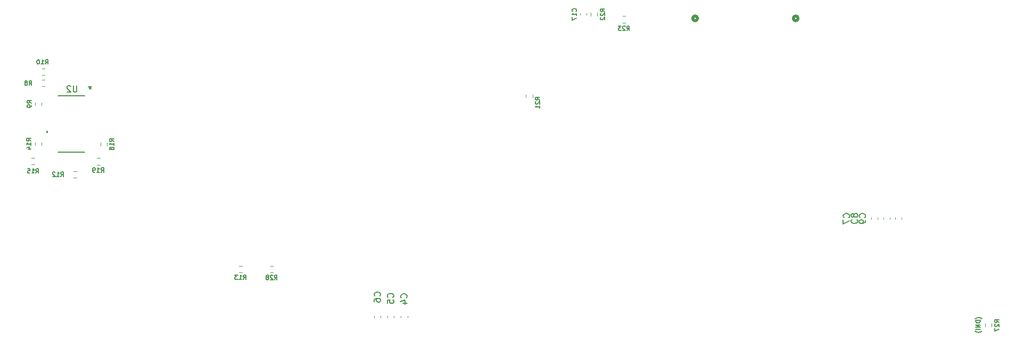
<source format=gbr>
%TF.GenerationSoftware,KiCad,Pcbnew,8.0.6*%
%TF.CreationDate,2024-12-30T11:40:10-05:00*%
%TF.ProjectId,SiPM_HV_Board,5369504d-5f48-4565-9f42-6f6172642e6b,rev?*%
%TF.SameCoordinates,Original*%
%TF.FileFunction,Legend,Bot*%
%TF.FilePolarity,Positive*%
%FSLAX46Y46*%
G04 Gerber Fmt 4.6, Leading zero omitted, Abs format (unit mm)*
G04 Created by KiCad (PCBNEW 8.0.6) date 2024-12-30 11:40:10*
%MOMM*%
%LPD*%
G01*
G04 APERTURE LIST*
%ADD10C,0.175000*%
%ADD11C,0.150000*%
%ADD12C,0.120000*%
%ADD13C,0.508000*%
%ADD14C,0.152400*%
%ADD15C,0.000000*%
G04 APERTURE END LIST*
D10*
X231591900Y-115381797D02*
X231558566Y-115348464D01*
X231558566Y-115348464D02*
X231458566Y-115281797D01*
X231458566Y-115281797D02*
X231391900Y-115248464D01*
X231391900Y-115248464D02*
X231291900Y-115215131D01*
X231291900Y-115215131D02*
X231125233Y-115181797D01*
X231125233Y-115181797D02*
X230991900Y-115181797D01*
X230991900Y-115181797D02*
X230825233Y-115215131D01*
X230825233Y-115215131D02*
X230725233Y-115248464D01*
X230725233Y-115248464D02*
X230658566Y-115281797D01*
X230658566Y-115281797D02*
X230558566Y-115348464D01*
X230558566Y-115348464D02*
X230525233Y-115381797D01*
X231325233Y-115648464D02*
X230625233Y-115648464D01*
X230625233Y-115648464D02*
X230625233Y-115815131D01*
X230625233Y-115815131D02*
X230658566Y-115915131D01*
X230658566Y-115915131D02*
X230725233Y-115981798D01*
X230725233Y-115981798D02*
X230791900Y-116015131D01*
X230791900Y-116015131D02*
X230925233Y-116048464D01*
X230925233Y-116048464D02*
X231025233Y-116048464D01*
X231025233Y-116048464D02*
X231158566Y-116015131D01*
X231158566Y-116015131D02*
X231225233Y-115981798D01*
X231225233Y-115981798D02*
X231291900Y-115915131D01*
X231291900Y-115915131D02*
X231325233Y-115815131D01*
X231325233Y-115815131D02*
X231325233Y-115648464D01*
X231325233Y-116348464D02*
X230625233Y-116348464D01*
X230625233Y-116348464D02*
X231325233Y-116748464D01*
X231325233Y-116748464D02*
X230625233Y-116748464D01*
X231325233Y-117081797D02*
X230625233Y-117081797D01*
X231591900Y-117348464D02*
X231558566Y-117381797D01*
X231558566Y-117381797D02*
X231458566Y-117448464D01*
X231458566Y-117448464D02*
X231391900Y-117481797D01*
X231391900Y-117481797D02*
X231291900Y-117515130D01*
X231291900Y-117515130D02*
X231125233Y-117548464D01*
X231125233Y-117548464D02*
X230991900Y-117548464D01*
X230991900Y-117548464D02*
X230825233Y-117515130D01*
X230825233Y-117515130D02*
X230725233Y-117481797D01*
X230725233Y-117481797D02*
X230658566Y-117448464D01*
X230658566Y-117448464D02*
X230558566Y-117381797D01*
X230558566Y-117381797D02*
X230525233Y-117348464D01*
D11*
X119060001Y-109166033D02*
X119293334Y-108832700D01*
X119460001Y-109166033D02*
X119460001Y-108466033D01*
X119460001Y-108466033D02*
X119193334Y-108466033D01*
X119193334Y-108466033D02*
X119126668Y-108499366D01*
X119126668Y-108499366D02*
X119093334Y-108532700D01*
X119093334Y-108532700D02*
X119060001Y-108599366D01*
X119060001Y-108599366D02*
X119060001Y-108699366D01*
X119060001Y-108699366D02*
X119093334Y-108766033D01*
X119093334Y-108766033D02*
X119126668Y-108799366D01*
X119126668Y-108799366D02*
X119193334Y-108832700D01*
X119193334Y-108832700D02*
X119460001Y-108832700D01*
X118793334Y-108532700D02*
X118760001Y-108499366D01*
X118760001Y-108499366D02*
X118693334Y-108466033D01*
X118693334Y-108466033D02*
X118526668Y-108466033D01*
X118526668Y-108466033D02*
X118460001Y-108499366D01*
X118460001Y-108499366D02*
X118426668Y-108532700D01*
X118426668Y-108532700D02*
X118393334Y-108599366D01*
X118393334Y-108599366D02*
X118393334Y-108666033D01*
X118393334Y-108666033D02*
X118426668Y-108766033D01*
X118426668Y-108766033D02*
X118826668Y-109166033D01*
X118826668Y-109166033D02*
X118393334Y-109166033D01*
X117993334Y-108766033D02*
X118060001Y-108732700D01*
X118060001Y-108732700D02*
X118093334Y-108699366D01*
X118093334Y-108699366D02*
X118126667Y-108632700D01*
X118126667Y-108632700D02*
X118126667Y-108599366D01*
X118126667Y-108599366D02*
X118093334Y-108532700D01*
X118093334Y-108532700D02*
X118060001Y-108499366D01*
X118060001Y-108499366D02*
X117993334Y-108466033D01*
X117993334Y-108466033D02*
X117860001Y-108466033D01*
X117860001Y-108466033D02*
X117793334Y-108499366D01*
X117793334Y-108499366D02*
X117760001Y-108532700D01*
X117760001Y-108532700D02*
X117726667Y-108599366D01*
X117726667Y-108599366D02*
X117726667Y-108632700D01*
X117726667Y-108632700D02*
X117760001Y-108699366D01*
X117760001Y-108699366D02*
X117793334Y-108732700D01*
X117793334Y-108732700D02*
X117860001Y-108766033D01*
X117860001Y-108766033D02*
X117993334Y-108766033D01*
X117993334Y-108766033D02*
X118060001Y-108799366D01*
X118060001Y-108799366D02*
X118093334Y-108832700D01*
X118093334Y-108832700D02*
X118126667Y-108899366D01*
X118126667Y-108899366D02*
X118126667Y-109032700D01*
X118126667Y-109032700D02*
X118093334Y-109099366D01*
X118093334Y-109099366D02*
X118060001Y-109132700D01*
X118060001Y-109132700D02*
X117993334Y-109166033D01*
X117993334Y-109166033D02*
X117860001Y-109166033D01*
X117860001Y-109166033D02*
X117793334Y-109132700D01*
X117793334Y-109132700D02*
X117760001Y-109099366D01*
X117760001Y-109099366D02*
X117726667Y-109032700D01*
X117726667Y-109032700D02*
X117726667Y-108899366D01*
X117726667Y-108899366D02*
X117760001Y-108832700D01*
X117760001Y-108832700D02*
X117793334Y-108799366D01*
X117793334Y-108799366D02*
X117860001Y-108766033D01*
X91470000Y-92056033D02*
X91703333Y-91722700D01*
X91870000Y-92056033D02*
X91870000Y-91356033D01*
X91870000Y-91356033D02*
X91603333Y-91356033D01*
X91603333Y-91356033D02*
X91536667Y-91389366D01*
X91536667Y-91389366D02*
X91503333Y-91422700D01*
X91503333Y-91422700D02*
X91470000Y-91489366D01*
X91470000Y-91489366D02*
X91470000Y-91589366D01*
X91470000Y-91589366D02*
X91503333Y-91656033D01*
X91503333Y-91656033D02*
X91536667Y-91689366D01*
X91536667Y-91689366D02*
X91603333Y-91722700D01*
X91603333Y-91722700D02*
X91870000Y-91722700D01*
X90803333Y-92056033D02*
X91203333Y-92056033D01*
X91003333Y-92056033D02*
X91003333Y-91356033D01*
X91003333Y-91356033D02*
X91070000Y-91456033D01*
X91070000Y-91456033D02*
X91136667Y-91522700D01*
X91136667Y-91522700D02*
X91203333Y-91556033D01*
X90470000Y-92056033D02*
X90336666Y-92056033D01*
X90336666Y-92056033D02*
X90270000Y-92022700D01*
X90270000Y-92022700D02*
X90236666Y-91989366D01*
X90236666Y-91989366D02*
X90170000Y-91889366D01*
X90170000Y-91889366D02*
X90136666Y-91756033D01*
X90136666Y-91756033D02*
X90136666Y-91489366D01*
X90136666Y-91489366D02*
X90170000Y-91422700D01*
X90170000Y-91422700D02*
X90203333Y-91389366D01*
X90203333Y-91389366D02*
X90270000Y-91356033D01*
X90270000Y-91356033D02*
X90403333Y-91356033D01*
X90403333Y-91356033D02*
X90470000Y-91389366D01*
X90470000Y-91389366D02*
X90503333Y-91422700D01*
X90503333Y-91422700D02*
X90536666Y-91489366D01*
X90536666Y-91489366D02*
X90536666Y-91656033D01*
X90536666Y-91656033D02*
X90503333Y-91722700D01*
X90503333Y-91722700D02*
X90470000Y-91756033D01*
X90470000Y-91756033D02*
X90403333Y-91789366D01*
X90403333Y-91789366D02*
X90270000Y-91789366D01*
X90270000Y-91789366D02*
X90203333Y-91756033D01*
X90203333Y-91756033D02*
X90170000Y-91722700D01*
X90170000Y-91722700D02*
X90136666Y-91656033D01*
X212989580Y-99263333D02*
X213037200Y-99215714D01*
X213037200Y-99215714D02*
X213084819Y-99072857D01*
X213084819Y-99072857D02*
X213084819Y-98977619D01*
X213084819Y-98977619D02*
X213037200Y-98834762D01*
X213037200Y-98834762D02*
X212941961Y-98739524D01*
X212941961Y-98739524D02*
X212846723Y-98691905D01*
X212846723Y-98691905D02*
X212656247Y-98644286D01*
X212656247Y-98644286D02*
X212513390Y-98644286D01*
X212513390Y-98644286D02*
X212322914Y-98691905D01*
X212322914Y-98691905D02*
X212227676Y-98739524D01*
X212227676Y-98739524D02*
X212132438Y-98834762D01*
X212132438Y-98834762D02*
X212084819Y-98977619D01*
X212084819Y-98977619D02*
X212084819Y-99072857D01*
X212084819Y-99072857D02*
X212132438Y-99215714D01*
X212132438Y-99215714D02*
X212180057Y-99263333D01*
X213084819Y-99739524D02*
X213084819Y-99930000D01*
X213084819Y-99930000D02*
X213037200Y-100025238D01*
X213037200Y-100025238D02*
X212989580Y-100072857D01*
X212989580Y-100072857D02*
X212846723Y-100168095D01*
X212846723Y-100168095D02*
X212656247Y-100215714D01*
X212656247Y-100215714D02*
X212275295Y-100215714D01*
X212275295Y-100215714D02*
X212180057Y-100168095D01*
X212180057Y-100168095D02*
X212132438Y-100120476D01*
X212132438Y-100120476D02*
X212084819Y-100025238D01*
X212084819Y-100025238D02*
X212084819Y-99834762D01*
X212084819Y-99834762D02*
X212132438Y-99739524D01*
X212132438Y-99739524D02*
X212180057Y-99691905D01*
X212180057Y-99691905D02*
X212275295Y-99644286D01*
X212275295Y-99644286D02*
X212513390Y-99644286D01*
X212513390Y-99644286D02*
X212608628Y-99691905D01*
X212608628Y-99691905D02*
X212656247Y-99739524D01*
X212656247Y-99739524D02*
X212703866Y-99834762D01*
X212703866Y-99834762D02*
X212703866Y-100025238D01*
X212703866Y-100025238D02*
X212656247Y-100120476D01*
X212656247Y-100120476D02*
X212608628Y-100168095D01*
X212608628Y-100168095D02*
X212513390Y-100215714D01*
X210449580Y-99263333D02*
X210497200Y-99215714D01*
X210497200Y-99215714D02*
X210544819Y-99072857D01*
X210544819Y-99072857D02*
X210544819Y-98977619D01*
X210544819Y-98977619D02*
X210497200Y-98834762D01*
X210497200Y-98834762D02*
X210401961Y-98739524D01*
X210401961Y-98739524D02*
X210306723Y-98691905D01*
X210306723Y-98691905D02*
X210116247Y-98644286D01*
X210116247Y-98644286D02*
X209973390Y-98644286D01*
X209973390Y-98644286D02*
X209782914Y-98691905D01*
X209782914Y-98691905D02*
X209687676Y-98739524D01*
X209687676Y-98739524D02*
X209592438Y-98834762D01*
X209592438Y-98834762D02*
X209544819Y-98977619D01*
X209544819Y-98977619D02*
X209544819Y-99072857D01*
X209544819Y-99072857D02*
X209592438Y-99215714D01*
X209592438Y-99215714D02*
X209640057Y-99263333D01*
X209544819Y-99596667D02*
X209544819Y-100263333D01*
X209544819Y-100263333D02*
X210544819Y-99834762D01*
X135819580Y-111768333D02*
X135867200Y-111720714D01*
X135867200Y-111720714D02*
X135914819Y-111577857D01*
X135914819Y-111577857D02*
X135914819Y-111482619D01*
X135914819Y-111482619D02*
X135867200Y-111339762D01*
X135867200Y-111339762D02*
X135771961Y-111244524D01*
X135771961Y-111244524D02*
X135676723Y-111196905D01*
X135676723Y-111196905D02*
X135486247Y-111149286D01*
X135486247Y-111149286D02*
X135343390Y-111149286D01*
X135343390Y-111149286D02*
X135152914Y-111196905D01*
X135152914Y-111196905D02*
X135057676Y-111244524D01*
X135057676Y-111244524D02*
X134962438Y-111339762D01*
X134962438Y-111339762D02*
X134914819Y-111482619D01*
X134914819Y-111482619D02*
X134914819Y-111577857D01*
X134914819Y-111577857D02*
X134962438Y-111720714D01*
X134962438Y-111720714D02*
X135010057Y-111768333D01*
X134914819Y-112625476D02*
X134914819Y-112435000D01*
X134914819Y-112435000D02*
X134962438Y-112339762D01*
X134962438Y-112339762D02*
X135010057Y-112292143D01*
X135010057Y-112292143D02*
X135152914Y-112196905D01*
X135152914Y-112196905D02*
X135343390Y-112149286D01*
X135343390Y-112149286D02*
X135724342Y-112149286D01*
X135724342Y-112149286D02*
X135819580Y-112196905D01*
X135819580Y-112196905D02*
X135867200Y-112244524D01*
X135867200Y-112244524D02*
X135914819Y-112339762D01*
X135914819Y-112339762D02*
X135914819Y-112530238D01*
X135914819Y-112530238D02*
X135867200Y-112625476D01*
X135867200Y-112625476D02*
X135819580Y-112673095D01*
X135819580Y-112673095D02*
X135724342Y-112720714D01*
X135724342Y-112720714D02*
X135486247Y-112720714D01*
X135486247Y-112720714D02*
X135391009Y-112673095D01*
X135391009Y-112673095D02*
X135343390Y-112625476D01*
X135343390Y-112625476D02*
X135295771Y-112530238D01*
X135295771Y-112530238D02*
X135295771Y-112339762D01*
X135295771Y-112339762D02*
X135343390Y-112244524D01*
X135343390Y-112244524D02*
X135391009Y-112196905D01*
X135391009Y-112196905D02*
X135486247Y-112149286D01*
X87621904Y-78284819D02*
X87621904Y-79094342D01*
X87621904Y-79094342D02*
X87574285Y-79189580D01*
X87574285Y-79189580D02*
X87526666Y-79237200D01*
X87526666Y-79237200D02*
X87431428Y-79284819D01*
X87431428Y-79284819D02*
X87240952Y-79284819D01*
X87240952Y-79284819D02*
X87145714Y-79237200D01*
X87145714Y-79237200D02*
X87098095Y-79189580D01*
X87098095Y-79189580D02*
X87050476Y-79094342D01*
X87050476Y-79094342D02*
X87050476Y-78284819D01*
X86621904Y-78380057D02*
X86574285Y-78332438D01*
X86574285Y-78332438D02*
X86479047Y-78284819D01*
X86479047Y-78284819D02*
X86240952Y-78284819D01*
X86240952Y-78284819D02*
X86145714Y-78332438D01*
X86145714Y-78332438D02*
X86098095Y-78380057D01*
X86098095Y-78380057D02*
X86050476Y-78475295D01*
X86050476Y-78475295D02*
X86050476Y-78570533D01*
X86050476Y-78570533D02*
X86098095Y-78713390D01*
X86098095Y-78713390D02*
X86669523Y-79284819D01*
X86669523Y-79284819D02*
X86050476Y-79284819D01*
X89728149Y-78338419D02*
X89728149Y-78576514D01*
X89966244Y-78481276D02*
X89728149Y-78576514D01*
X89728149Y-78576514D02*
X89490054Y-78481276D01*
X89871006Y-78766990D02*
X89728149Y-78576514D01*
X89728149Y-78576514D02*
X89585292Y-78766990D01*
X89728149Y-78338419D02*
X89728149Y-78576514D01*
X89966244Y-78481276D02*
X89728149Y-78576514D01*
X89728149Y-78576514D02*
X89490054Y-78481276D01*
X89871006Y-78766990D02*
X89728149Y-78576514D01*
X89728149Y-78576514D02*
X89585292Y-78766990D01*
X80417133Y-81063333D02*
X80083800Y-80830000D01*
X80417133Y-80663333D02*
X79717133Y-80663333D01*
X79717133Y-80663333D02*
X79717133Y-80930000D01*
X79717133Y-80930000D02*
X79750466Y-80996667D01*
X79750466Y-80996667D02*
X79783800Y-81030000D01*
X79783800Y-81030000D02*
X79850466Y-81063333D01*
X79850466Y-81063333D02*
X79950466Y-81063333D01*
X79950466Y-81063333D02*
X80017133Y-81030000D01*
X80017133Y-81030000D02*
X80050466Y-80996667D01*
X80050466Y-80996667D02*
X80083800Y-80930000D01*
X80083800Y-80930000D02*
X80083800Y-80663333D01*
X80417133Y-81396667D02*
X80417133Y-81530000D01*
X80417133Y-81530000D02*
X80383800Y-81596667D01*
X80383800Y-81596667D02*
X80350466Y-81630000D01*
X80350466Y-81630000D02*
X80250466Y-81696667D01*
X80250466Y-81696667D02*
X80117133Y-81730000D01*
X80117133Y-81730000D02*
X79850466Y-81730000D01*
X79850466Y-81730000D02*
X79783800Y-81696667D01*
X79783800Y-81696667D02*
X79750466Y-81663333D01*
X79750466Y-81663333D02*
X79717133Y-81596667D01*
X79717133Y-81596667D02*
X79717133Y-81463333D01*
X79717133Y-81463333D02*
X79750466Y-81396667D01*
X79750466Y-81396667D02*
X79783800Y-81363333D01*
X79783800Y-81363333D02*
X79850466Y-81330000D01*
X79850466Y-81330000D02*
X80017133Y-81330000D01*
X80017133Y-81330000D02*
X80083800Y-81363333D01*
X80083800Y-81363333D02*
X80117133Y-81396667D01*
X80117133Y-81396667D02*
X80150466Y-81463333D01*
X80150466Y-81463333D02*
X80150466Y-81596667D01*
X80150466Y-81596667D02*
X80117133Y-81663333D01*
X80117133Y-81663333D02*
X80083800Y-81696667D01*
X80083800Y-81696667D02*
X80017133Y-81730000D01*
X211719580Y-99596666D02*
X211767200Y-99644285D01*
X211767200Y-99644285D02*
X211814819Y-99787142D01*
X211814819Y-99787142D02*
X211814819Y-99882380D01*
X211814819Y-99882380D02*
X211767200Y-100025237D01*
X211767200Y-100025237D02*
X211671961Y-100120475D01*
X211671961Y-100120475D02*
X211576723Y-100168094D01*
X211576723Y-100168094D02*
X211386247Y-100215713D01*
X211386247Y-100215713D02*
X211243390Y-100215713D01*
X211243390Y-100215713D02*
X211052914Y-100168094D01*
X211052914Y-100168094D02*
X210957676Y-100120475D01*
X210957676Y-100120475D02*
X210862438Y-100025237D01*
X210862438Y-100025237D02*
X210814819Y-99882380D01*
X210814819Y-99882380D02*
X210814819Y-99787142D01*
X210814819Y-99787142D02*
X210862438Y-99644285D01*
X210862438Y-99644285D02*
X210910057Y-99596666D01*
X211243390Y-99025237D02*
X211195771Y-99120475D01*
X211195771Y-99120475D02*
X211148152Y-99168094D01*
X211148152Y-99168094D02*
X211052914Y-99215713D01*
X211052914Y-99215713D02*
X211005295Y-99215713D01*
X211005295Y-99215713D02*
X210910057Y-99168094D01*
X210910057Y-99168094D02*
X210862438Y-99120475D01*
X210862438Y-99120475D02*
X210814819Y-99025237D01*
X210814819Y-99025237D02*
X210814819Y-98834761D01*
X210814819Y-98834761D02*
X210862438Y-98739523D01*
X210862438Y-98739523D02*
X210910057Y-98691904D01*
X210910057Y-98691904D02*
X211005295Y-98644285D01*
X211005295Y-98644285D02*
X211052914Y-98644285D01*
X211052914Y-98644285D02*
X211148152Y-98691904D01*
X211148152Y-98691904D02*
X211195771Y-98739523D01*
X211195771Y-98739523D02*
X211243390Y-98834761D01*
X211243390Y-98834761D02*
X211243390Y-99025237D01*
X211243390Y-99025237D02*
X211291009Y-99120475D01*
X211291009Y-99120475D02*
X211338628Y-99168094D01*
X211338628Y-99168094D02*
X211433866Y-99215713D01*
X211433866Y-99215713D02*
X211624342Y-99215713D01*
X211624342Y-99215713D02*
X211719580Y-99168094D01*
X211719580Y-99168094D02*
X211767200Y-99120475D01*
X211767200Y-99120475D02*
X211814819Y-99025237D01*
X211814819Y-99025237D02*
X211814819Y-98834761D01*
X211814819Y-98834761D02*
X211767200Y-98739523D01*
X211767200Y-98739523D02*
X211719580Y-98691904D01*
X211719580Y-98691904D02*
X211624342Y-98644285D01*
X211624342Y-98644285D02*
X211433866Y-98644285D01*
X211433866Y-98644285D02*
X211338628Y-98691904D01*
X211338628Y-98691904D02*
X211291009Y-98739523D01*
X211291009Y-98739523D02*
X211243390Y-98834761D01*
X80017766Y-78216033D02*
X80251099Y-77882700D01*
X80417766Y-78216033D02*
X80417766Y-77516033D01*
X80417766Y-77516033D02*
X80151099Y-77516033D01*
X80151099Y-77516033D02*
X80084433Y-77549366D01*
X80084433Y-77549366D02*
X80051099Y-77582700D01*
X80051099Y-77582700D02*
X80017766Y-77649366D01*
X80017766Y-77649366D02*
X80017766Y-77749366D01*
X80017766Y-77749366D02*
X80051099Y-77816033D01*
X80051099Y-77816033D02*
X80084433Y-77849366D01*
X80084433Y-77849366D02*
X80151099Y-77882700D01*
X80151099Y-77882700D02*
X80417766Y-77882700D01*
X79617766Y-77816033D02*
X79684433Y-77782700D01*
X79684433Y-77782700D02*
X79717766Y-77749366D01*
X79717766Y-77749366D02*
X79751099Y-77682700D01*
X79751099Y-77682700D02*
X79751099Y-77649366D01*
X79751099Y-77649366D02*
X79717766Y-77582700D01*
X79717766Y-77582700D02*
X79684433Y-77549366D01*
X79684433Y-77549366D02*
X79617766Y-77516033D01*
X79617766Y-77516033D02*
X79484433Y-77516033D01*
X79484433Y-77516033D02*
X79417766Y-77549366D01*
X79417766Y-77549366D02*
X79384433Y-77582700D01*
X79384433Y-77582700D02*
X79351099Y-77649366D01*
X79351099Y-77649366D02*
X79351099Y-77682700D01*
X79351099Y-77682700D02*
X79384433Y-77749366D01*
X79384433Y-77749366D02*
X79417766Y-77782700D01*
X79417766Y-77782700D02*
X79484433Y-77816033D01*
X79484433Y-77816033D02*
X79617766Y-77816033D01*
X79617766Y-77816033D02*
X79684433Y-77849366D01*
X79684433Y-77849366D02*
X79717766Y-77882700D01*
X79717766Y-77882700D02*
X79751099Y-77949366D01*
X79751099Y-77949366D02*
X79751099Y-78082700D01*
X79751099Y-78082700D02*
X79717766Y-78149366D01*
X79717766Y-78149366D02*
X79684433Y-78182700D01*
X79684433Y-78182700D02*
X79617766Y-78216033D01*
X79617766Y-78216033D02*
X79484433Y-78216033D01*
X79484433Y-78216033D02*
X79417766Y-78182700D01*
X79417766Y-78182700D02*
X79384433Y-78149366D01*
X79384433Y-78149366D02*
X79351099Y-78082700D01*
X79351099Y-78082700D02*
X79351099Y-77949366D01*
X79351099Y-77949366D02*
X79384433Y-77882700D01*
X79384433Y-77882700D02*
X79417766Y-77849366D01*
X79417766Y-77849366D02*
X79484433Y-77816033D01*
X234346033Y-115959999D02*
X234012700Y-115726666D01*
X234346033Y-115559999D02*
X233646033Y-115559999D01*
X233646033Y-115559999D02*
X233646033Y-115826666D01*
X233646033Y-115826666D02*
X233679366Y-115893333D01*
X233679366Y-115893333D02*
X233712700Y-115926666D01*
X233712700Y-115926666D02*
X233779366Y-115959999D01*
X233779366Y-115959999D02*
X233879366Y-115959999D01*
X233879366Y-115959999D02*
X233946033Y-115926666D01*
X233946033Y-115926666D02*
X233979366Y-115893333D01*
X233979366Y-115893333D02*
X234012700Y-115826666D01*
X234012700Y-115826666D02*
X234012700Y-115559999D01*
X233712700Y-116226666D02*
X233679366Y-116259999D01*
X233679366Y-116259999D02*
X233646033Y-116326666D01*
X233646033Y-116326666D02*
X233646033Y-116493333D01*
X233646033Y-116493333D02*
X233679366Y-116559999D01*
X233679366Y-116559999D02*
X233712700Y-116593333D01*
X233712700Y-116593333D02*
X233779366Y-116626666D01*
X233779366Y-116626666D02*
X233846033Y-116626666D01*
X233846033Y-116626666D02*
X233946033Y-116593333D01*
X233946033Y-116593333D02*
X234346033Y-116193333D01*
X234346033Y-116193333D02*
X234346033Y-116626666D01*
X233646033Y-116860000D02*
X233646033Y-117326666D01*
X233646033Y-117326666D02*
X234346033Y-117026666D01*
X140049580Y-112048333D02*
X140097200Y-112000714D01*
X140097200Y-112000714D02*
X140144819Y-111857857D01*
X140144819Y-111857857D02*
X140144819Y-111762619D01*
X140144819Y-111762619D02*
X140097200Y-111619762D01*
X140097200Y-111619762D02*
X140001961Y-111524524D01*
X140001961Y-111524524D02*
X139906723Y-111476905D01*
X139906723Y-111476905D02*
X139716247Y-111429286D01*
X139716247Y-111429286D02*
X139573390Y-111429286D01*
X139573390Y-111429286D02*
X139382914Y-111476905D01*
X139382914Y-111476905D02*
X139287676Y-111524524D01*
X139287676Y-111524524D02*
X139192438Y-111619762D01*
X139192438Y-111619762D02*
X139144819Y-111762619D01*
X139144819Y-111762619D02*
X139144819Y-111857857D01*
X139144819Y-111857857D02*
X139192438Y-112000714D01*
X139192438Y-112000714D02*
X139240057Y-112048333D01*
X139478152Y-112905476D02*
X140144819Y-112905476D01*
X139097200Y-112667381D02*
X139811485Y-112429286D01*
X139811485Y-112429286D02*
X139811485Y-113048333D01*
X137919580Y-111988333D02*
X137967200Y-111940714D01*
X137967200Y-111940714D02*
X138014819Y-111797857D01*
X138014819Y-111797857D02*
X138014819Y-111702619D01*
X138014819Y-111702619D02*
X137967200Y-111559762D01*
X137967200Y-111559762D02*
X137871961Y-111464524D01*
X137871961Y-111464524D02*
X137776723Y-111416905D01*
X137776723Y-111416905D02*
X137586247Y-111369286D01*
X137586247Y-111369286D02*
X137443390Y-111369286D01*
X137443390Y-111369286D02*
X137252914Y-111416905D01*
X137252914Y-111416905D02*
X137157676Y-111464524D01*
X137157676Y-111464524D02*
X137062438Y-111559762D01*
X137062438Y-111559762D02*
X137014819Y-111702619D01*
X137014819Y-111702619D02*
X137014819Y-111797857D01*
X137014819Y-111797857D02*
X137062438Y-111940714D01*
X137062438Y-111940714D02*
X137110057Y-111988333D01*
X137014819Y-112893095D02*
X137014819Y-112416905D01*
X137014819Y-112416905D02*
X137491009Y-112369286D01*
X137491009Y-112369286D02*
X137443390Y-112416905D01*
X137443390Y-112416905D02*
X137395771Y-112512143D01*
X137395771Y-112512143D02*
X137395771Y-112750238D01*
X137395771Y-112750238D02*
X137443390Y-112845476D01*
X137443390Y-112845476D02*
X137491009Y-112893095D01*
X137491009Y-112893095D02*
X137586247Y-112940714D01*
X137586247Y-112940714D02*
X137824342Y-112940714D01*
X137824342Y-112940714D02*
X137919580Y-112893095D01*
X137919580Y-112893095D02*
X137967200Y-112845476D01*
X137967200Y-112845476D02*
X138014819Y-112750238D01*
X138014819Y-112750238D02*
X138014819Y-112512143D01*
X138014819Y-112512143D02*
X137967200Y-112416905D01*
X137967200Y-112416905D02*
X137919580Y-112369286D01*
X161276033Y-80549999D02*
X160942700Y-80316666D01*
X161276033Y-80149999D02*
X160576033Y-80149999D01*
X160576033Y-80149999D02*
X160576033Y-80416666D01*
X160576033Y-80416666D02*
X160609366Y-80483333D01*
X160609366Y-80483333D02*
X160642700Y-80516666D01*
X160642700Y-80516666D02*
X160709366Y-80549999D01*
X160709366Y-80549999D02*
X160809366Y-80549999D01*
X160809366Y-80549999D02*
X160876033Y-80516666D01*
X160876033Y-80516666D02*
X160909366Y-80483333D01*
X160909366Y-80483333D02*
X160942700Y-80416666D01*
X160942700Y-80416666D02*
X160942700Y-80149999D01*
X160642700Y-80816666D02*
X160609366Y-80849999D01*
X160609366Y-80849999D02*
X160576033Y-80916666D01*
X160576033Y-80916666D02*
X160576033Y-81083333D01*
X160576033Y-81083333D02*
X160609366Y-81149999D01*
X160609366Y-81149999D02*
X160642700Y-81183333D01*
X160642700Y-81183333D02*
X160709366Y-81216666D01*
X160709366Y-81216666D02*
X160776033Y-81216666D01*
X160776033Y-81216666D02*
X160876033Y-81183333D01*
X160876033Y-81183333D02*
X161276033Y-80783333D01*
X161276033Y-80783333D02*
X161276033Y-81216666D01*
X161276033Y-81883333D02*
X161276033Y-81483333D01*
X161276033Y-81683333D02*
X160576033Y-81683333D01*
X160576033Y-81683333D02*
X160676033Y-81616666D01*
X160676033Y-81616666D02*
X160742700Y-81550000D01*
X160742700Y-81550000D02*
X160776033Y-81483333D01*
X175115000Y-69506033D02*
X175348333Y-69172700D01*
X175515000Y-69506033D02*
X175515000Y-68806033D01*
X175515000Y-68806033D02*
X175248333Y-68806033D01*
X175248333Y-68806033D02*
X175181667Y-68839366D01*
X175181667Y-68839366D02*
X175148333Y-68872700D01*
X175148333Y-68872700D02*
X175115000Y-68939366D01*
X175115000Y-68939366D02*
X175115000Y-69039366D01*
X175115000Y-69039366D02*
X175148333Y-69106033D01*
X175148333Y-69106033D02*
X175181667Y-69139366D01*
X175181667Y-69139366D02*
X175248333Y-69172700D01*
X175248333Y-69172700D02*
X175515000Y-69172700D01*
X174848333Y-68872700D02*
X174815000Y-68839366D01*
X174815000Y-68839366D02*
X174748333Y-68806033D01*
X174748333Y-68806033D02*
X174581667Y-68806033D01*
X174581667Y-68806033D02*
X174515000Y-68839366D01*
X174515000Y-68839366D02*
X174481667Y-68872700D01*
X174481667Y-68872700D02*
X174448333Y-68939366D01*
X174448333Y-68939366D02*
X174448333Y-69006033D01*
X174448333Y-69006033D02*
X174481667Y-69106033D01*
X174481667Y-69106033D02*
X174881667Y-69506033D01*
X174881667Y-69506033D02*
X174448333Y-69506033D01*
X174215000Y-68806033D02*
X173781666Y-68806033D01*
X173781666Y-68806033D02*
X174015000Y-69072700D01*
X174015000Y-69072700D02*
X173915000Y-69072700D01*
X173915000Y-69072700D02*
X173848333Y-69106033D01*
X173848333Y-69106033D02*
X173815000Y-69139366D01*
X173815000Y-69139366D02*
X173781666Y-69206033D01*
X173781666Y-69206033D02*
X173781666Y-69372700D01*
X173781666Y-69372700D02*
X173815000Y-69439366D01*
X173815000Y-69439366D02*
X173848333Y-69472700D01*
X173848333Y-69472700D02*
X173915000Y-69506033D01*
X173915000Y-69506033D02*
X174115000Y-69506033D01*
X174115000Y-69506033D02*
X174181666Y-69472700D01*
X174181666Y-69472700D02*
X174215000Y-69439366D01*
X114110000Y-109136033D02*
X114343333Y-108802700D01*
X114510000Y-109136033D02*
X114510000Y-108436033D01*
X114510000Y-108436033D02*
X114243333Y-108436033D01*
X114243333Y-108436033D02*
X114176667Y-108469366D01*
X114176667Y-108469366D02*
X114143333Y-108502700D01*
X114143333Y-108502700D02*
X114110000Y-108569366D01*
X114110000Y-108569366D02*
X114110000Y-108669366D01*
X114110000Y-108669366D02*
X114143333Y-108736033D01*
X114143333Y-108736033D02*
X114176667Y-108769366D01*
X114176667Y-108769366D02*
X114243333Y-108802700D01*
X114243333Y-108802700D02*
X114510000Y-108802700D01*
X113443333Y-109136033D02*
X113843333Y-109136033D01*
X113643333Y-109136033D02*
X113643333Y-108436033D01*
X113643333Y-108436033D02*
X113710000Y-108536033D01*
X113710000Y-108536033D02*
X113776667Y-108602700D01*
X113776667Y-108602700D02*
X113843333Y-108636033D01*
X113210000Y-108436033D02*
X112776666Y-108436033D01*
X112776666Y-108436033D02*
X113010000Y-108702700D01*
X113010000Y-108702700D02*
X112910000Y-108702700D01*
X112910000Y-108702700D02*
X112843333Y-108736033D01*
X112843333Y-108736033D02*
X112810000Y-108769366D01*
X112810000Y-108769366D02*
X112776666Y-108836033D01*
X112776666Y-108836033D02*
X112776666Y-109002700D01*
X112776666Y-109002700D02*
X112810000Y-109069366D01*
X112810000Y-109069366D02*
X112843333Y-109102700D01*
X112843333Y-109102700D02*
X112910000Y-109136033D01*
X112910000Y-109136033D02*
X113110000Y-109136033D01*
X113110000Y-109136033D02*
X113176666Y-109102700D01*
X113176666Y-109102700D02*
X113210000Y-109069366D01*
X81110000Y-92216033D02*
X81343333Y-91882700D01*
X81510000Y-92216033D02*
X81510000Y-91516033D01*
X81510000Y-91516033D02*
X81243333Y-91516033D01*
X81243333Y-91516033D02*
X81176667Y-91549366D01*
X81176667Y-91549366D02*
X81143333Y-91582700D01*
X81143333Y-91582700D02*
X81110000Y-91649366D01*
X81110000Y-91649366D02*
X81110000Y-91749366D01*
X81110000Y-91749366D02*
X81143333Y-91816033D01*
X81143333Y-91816033D02*
X81176667Y-91849366D01*
X81176667Y-91849366D02*
X81243333Y-91882700D01*
X81243333Y-91882700D02*
X81510000Y-91882700D01*
X80443333Y-92216033D02*
X80843333Y-92216033D01*
X80643333Y-92216033D02*
X80643333Y-91516033D01*
X80643333Y-91516033D02*
X80710000Y-91616033D01*
X80710000Y-91616033D02*
X80776667Y-91682700D01*
X80776667Y-91682700D02*
X80843333Y-91716033D01*
X79810000Y-91516033D02*
X80143333Y-91516033D01*
X80143333Y-91516033D02*
X80176666Y-91849366D01*
X80176666Y-91849366D02*
X80143333Y-91816033D01*
X80143333Y-91816033D02*
X80076666Y-91782700D01*
X80076666Y-91782700D02*
X79910000Y-91782700D01*
X79910000Y-91782700D02*
X79843333Y-91816033D01*
X79843333Y-91816033D02*
X79810000Y-91849366D01*
X79810000Y-91849366D02*
X79776666Y-91916033D01*
X79776666Y-91916033D02*
X79776666Y-92082700D01*
X79776666Y-92082700D02*
X79810000Y-92149366D01*
X79810000Y-92149366D02*
X79843333Y-92182700D01*
X79843333Y-92182700D02*
X79910000Y-92216033D01*
X79910000Y-92216033D02*
X80076666Y-92216033D01*
X80076666Y-92216033D02*
X80143333Y-92182700D01*
X80143333Y-92182700D02*
X80176666Y-92149366D01*
X80327133Y-87109999D02*
X79993800Y-86876666D01*
X80327133Y-86709999D02*
X79627133Y-86709999D01*
X79627133Y-86709999D02*
X79627133Y-86976666D01*
X79627133Y-86976666D02*
X79660466Y-87043333D01*
X79660466Y-87043333D02*
X79693800Y-87076666D01*
X79693800Y-87076666D02*
X79760466Y-87109999D01*
X79760466Y-87109999D02*
X79860466Y-87109999D01*
X79860466Y-87109999D02*
X79927133Y-87076666D01*
X79927133Y-87076666D02*
X79960466Y-87043333D01*
X79960466Y-87043333D02*
X79993800Y-86976666D01*
X79993800Y-86976666D02*
X79993800Y-86709999D01*
X80327133Y-87776666D02*
X80327133Y-87376666D01*
X80327133Y-87576666D02*
X79627133Y-87576666D01*
X79627133Y-87576666D02*
X79727133Y-87509999D01*
X79727133Y-87509999D02*
X79793800Y-87443333D01*
X79793800Y-87443333D02*
X79827133Y-87376666D01*
X79860466Y-88376666D02*
X80327133Y-88376666D01*
X79593800Y-88210000D02*
X80093800Y-88043333D01*
X80093800Y-88043333D02*
X80093800Y-88476666D01*
X85070000Y-92736033D02*
X85303333Y-92402700D01*
X85470000Y-92736033D02*
X85470000Y-92036033D01*
X85470000Y-92036033D02*
X85203333Y-92036033D01*
X85203333Y-92036033D02*
X85136667Y-92069366D01*
X85136667Y-92069366D02*
X85103333Y-92102700D01*
X85103333Y-92102700D02*
X85070000Y-92169366D01*
X85070000Y-92169366D02*
X85070000Y-92269366D01*
X85070000Y-92269366D02*
X85103333Y-92336033D01*
X85103333Y-92336033D02*
X85136667Y-92369366D01*
X85136667Y-92369366D02*
X85203333Y-92402700D01*
X85203333Y-92402700D02*
X85470000Y-92402700D01*
X84403333Y-92736033D02*
X84803333Y-92736033D01*
X84603333Y-92736033D02*
X84603333Y-92036033D01*
X84603333Y-92036033D02*
X84670000Y-92136033D01*
X84670000Y-92136033D02*
X84736667Y-92202700D01*
X84736667Y-92202700D02*
X84803333Y-92236033D01*
X84136666Y-92102700D02*
X84103333Y-92069366D01*
X84103333Y-92069366D02*
X84036666Y-92036033D01*
X84036666Y-92036033D02*
X83870000Y-92036033D01*
X83870000Y-92036033D02*
X83803333Y-92069366D01*
X83803333Y-92069366D02*
X83770000Y-92102700D01*
X83770000Y-92102700D02*
X83736666Y-92169366D01*
X83736666Y-92169366D02*
X83736666Y-92236033D01*
X83736666Y-92236033D02*
X83770000Y-92336033D01*
X83770000Y-92336033D02*
X84170000Y-92736033D01*
X84170000Y-92736033D02*
X83736666Y-92736033D01*
X93527133Y-87139999D02*
X93193800Y-86906666D01*
X93527133Y-86739999D02*
X92827133Y-86739999D01*
X92827133Y-86739999D02*
X92827133Y-87006666D01*
X92827133Y-87006666D02*
X92860466Y-87073333D01*
X92860466Y-87073333D02*
X92893800Y-87106666D01*
X92893800Y-87106666D02*
X92960466Y-87139999D01*
X92960466Y-87139999D02*
X93060466Y-87139999D01*
X93060466Y-87139999D02*
X93127133Y-87106666D01*
X93127133Y-87106666D02*
X93160466Y-87073333D01*
X93160466Y-87073333D02*
X93193800Y-87006666D01*
X93193800Y-87006666D02*
X93193800Y-86739999D01*
X93527133Y-87806666D02*
X93527133Y-87406666D01*
X93527133Y-87606666D02*
X92827133Y-87606666D01*
X92827133Y-87606666D02*
X92927133Y-87539999D01*
X92927133Y-87539999D02*
X92993800Y-87473333D01*
X92993800Y-87473333D02*
X93027133Y-87406666D01*
X93127133Y-88206666D02*
X93093800Y-88140000D01*
X93093800Y-88140000D02*
X93060466Y-88106666D01*
X93060466Y-88106666D02*
X92993800Y-88073333D01*
X92993800Y-88073333D02*
X92960466Y-88073333D01*
X92960466Y-88073333D02*
X92893800Y-88106666D01*
X92893800Y-88106666D02*
X92860466Y-88140000D01*
X92860466Y-88140000D02*
X92827133Y-88206666D01*
X92827133Y-88206666D02*
X92827133Y-88340000D01*
X92827133Y-88340000D02*
X92860466Y-88406666D01*
X92860466Y-88406666D02*
X92893800Y-88440000D01*
X92893800Y-88440000D02*
X92960466Y-88473333D01*
X92960466Y-88473333D02*
X92993800Y-88473333D01*
X92993800Y-88473333D02*
X93060466Y-88440000D01*
X93060466Y-88440000D02*
X93093800Y-88406666D01*
X93093800Y-88406666D02*
X93127133Y-88340000D01*
X93127133Y-88340000D02*
X93127133Y-88206666D01*
X93127133Y-88206666D02*
X93160466Y-88140000D01*
X93160466Y-88140000D02*
X93193800Y-88106666D01*
X93193800Y-88106666D02*
X93260466Y-88073333D01*
X93260466Y-88073333D02*
X93393800Y-88073333D01*
X93393800Y-88073333D02*
X93460466Y-88106666D01*
X93460466Y-88106666D02*
X93493800Y-88140000D01*
X93493800Y-88140000D02*
X93527133Y-88206666D01*
X93527133Y-88206666D02*
X93527133Y-88340000D01*
X93527133Y-88340000D02*
X93493800Y-88406666D01*
X93493800Y-88406666D02*
X93460466Y-88440000D01*
X93460466Y-88440000D02*
X93393800Y-88473333D01*
X93393800Y-88473333D02*
X93260466Y-88473333D01*
X93260466Y-88473333D02*
X93193800Y-88440000D01*
X93193800Y-88440000D02*
X93160466Y-88406666D01*
X93160466Y-88406666D02*
X93127133Y-88340000D01*
X167024366Y-66469999D02*
X167057700Y-66436666D01*
X167057700Y-66436666D02*
X167091033Y-66336666D01*
X167091033Y-66336666D02*
X167091033Y-66269999D01*
X167091033Y-66269999D02*
X167057700Y-66169999D01*
X167057700Y-66169999D02*
X166991033Y-66103333D01*
X166991033Y-66103333D02*
X166924366Y-66069999D01*
X166924366Y-66069999D02*
X166791033Y-66036666D01*
X166791033Y-66036666D02*
X166691033Y-66036666D01*
X166691033Y-66036666D02*
X166557700Y-66069999D01*
X166557700Y-66069999D02*
X166491033Y-66103333D01*
X166491033Y-66103333D02*
X166424366Y-66169999D01*
X166424366Y-66169999D02*
X166391033Y-66269999D01*
X166391033Y-66269999D02*
X166391033Y-66336666D01*
X166391033Y-66336666D02*
X166424366Y-66436666D01*
X166424366Y-66436666D02*
X166457700Y-66469999D01*
X167091033Y-67136666D02*
X167091033Y-66736666D01*
X167091033Y-66936666D02*
X166391033Y-66936666D01*
X166391033Y-66936666D02*
X166491033Y-66869999D01*
X166491033Y-66869999D02*
X166557700Y-66803333D01*
X166557700Y-66803333D02*
X166591033Y-66736666D01*
X166391033Y-67370000D02*
X166391033Y-67836666D01*
X166391033Y-67836666D02*
X167091033Y-67536666D01*
X171611033Y-66479999D02*
X171277700Y-66246666D01*
X171611033Y-66079999D02*
X170911033Y-66079999D01*
X170911033Y-66079999D02*
X170911033Y-66346666D01*
X170911033Y-66346666D02*
X170944366Y-66413333D01*
X170944366Y-66413333D02*
X170977700Y-66446666D01*
X170977700Y-66446666D02*
X171044366Y-66479999D01*
X171044366Y-66479999D02*
X171144366Y-66479999D01*
X171144366Y-66479999D02*
X171211033Y-66446666D01*
X171211033Y-66446666D02*
X171244366Y-66413333D01*
X171244366Y-66413333D02*
X171277700Y-66346666D01*
X171277700Y-66346666D02*
X171277700Y-66079999D01*
X170977700Y-66746666D02*
X170944366Y-66779999D01*
X170944366Y-66779999D02*
X170911033Y-66846666D01*
X170911033Y-66846666D02*
X170911033Y-67013333D01*
X170911033Y-67013333D02*
X170944366Y-67079999D01*
X170944366Y-67079999D02*
X170977700Y-67113333D01*
X170977700Y-67113333D02*
X171044366Y-67146666D01*
X171044366Y-67146666D02*
X171111033Y-67146666D01*
X171111033Y-67146666D02*
X171211033Y-67113333D01*
X171211033Y-67113333D02*
X171611033Y-66713333D01*
X171611033Y-66713333D02*
X171611033Y-67146666D01*
X170977700Y-67413333D02*
X170944366Y-67446666D01*
X170944366Y-67446666D02*
X170911033Y-67513333D01*
X170911033Y-67513333D02*
X170911033Y-67680000D01*
X170911033Y-67680000D02*
X170944366Y-67746666D01*
X170944366Y-67746666D02*
X170977700Y-67780000D01*
X170977700Y-67780000D02*
X171044366Y-67813333D01*
X171044366Y-67813333D02*
X171111033Y-67813333D01*
X171111033Y-67813333D02*
X171211033Y-67780000D01*
X171211033Y-67780000D02*
X171611033Y-67380000D01*
X171611033Y-67380000D02*
X171611033Y-67813333D01*
X82611100Y-74854933D02*
X82844433Y-74521600D01*
X83011100Y-74854933D02*
X83011100Y-74154933D01*
X83011100Y-74154933D02*
X82744433Y-74154933D01*
X82744433Y-74154933D02*
X82677767Y-74188266D01*
X82677767Y-74188266D02*
X82644433Y-74221600D01*
X82644433Y-74221600D02*
X82611100Y-74288266D01*
X82611100Y-74288266D02*
X82611100Y-74388266D01*
X82611100Y-74388266D02*
X82644433Y-74454933D01*
X82644433Y-74454933D02*
X82677767Y-74488266D01*
X82677767Y-74488266D02*
X82744433Y-74521600D01*
X82744433Y-74521600D02*
X83011100Y-74521600D01*
X81944433Y-74854933D02*
X82344433Y-74854933D01*
X82144433Y-74854933D02*
X82144433Y-74154933D01*
X82144433Y-74154933D02*
X82211100Y-74254933D01*
X82211100Y-74254933D02*
X82277767Y-74321600D01*
X82277767Y-74321600D02*
X82344433Y-74354933D01*
X81511100Y-74154933D02*
X81444433Y-74154933D01*
X81444433Y-74154933D02*
X81377766Y-74188266D01*
X81377766Y-74188266D02*
X81344433Y-74221600D01*
X81344433Y-74221600D02*
X81311100Y-74288266D01*
X81311100Y-74288266D02*
X81277766Y-74421600D01*
X81277766Y-74421600D02*
X81277766Y-74588266D01*
X81277766Y-74588266D02*
X81311100Y-74721600D01*
X81311100Y-74721600D02*
X81344433Y-74788266D01*
X81344433Y-74788266D02*
X81377766Y-74821600D01*
X81377766Y-74821600D02*
X81444433Y-74854933D01*
X81444433Y-74854933D02*
X81511100Y-74854933D01*
X81511100Y-74854933D02*
X81577766Y-74821600D01*
X81577766Y-74821600D02*
X81611100Y-74788266D01*
X81611100Y-74788266D02*
X81644433Y-74721600D01*
X81644433Y-74721600D02*
X81677766Y-74588266D01*
X81677766Y-74588266D02*
X81677766Y-74421600D01*
X81677766Y-74421600D02*
X81644433Y-74288266D01*
X81644433Y-74288266D02*
X81611100Y-74221600D01*
X81611100Y-74221600D02*
X81577766Y-74188266D01*
X81577766Y-74188266D02*
X81511100Y-74154933D01*
D12*
%TO.C,R28*%
X118372742Y-106957500D02*
X118847258Y-106957500D01*
X118372742Y-108002500D02*
X118847258Y-108002500D01*
D13*
%TO.C,P2*%
X186355400Y-67580000D02*
G75*
G02*
X185593400Y-67580000I-381000J0D01*
G01*
X185593400Y-67580000D02*
G75*
G02*
X186355400Y-67580000I381000J0D01*
G01*
%TO.C,P1*%
X202355400Y-67580000D02*
G75*
G02*
X201593400Y-67580000I-381000J0D01*
G01*
X201593400Y-67580000D02*
G75*
G02*
X202355400Y-67580000I381000J0D01*
G01*
D12*
%TO.C,R19*%
X90842742Y-89827500D02*
X91317258Y-89827500D01*
X90842742Y-90872500D02*
X91317258Y-90872500D01*
%TO.C,C9*%
X217835000Y-99289420D02*
X217835000Y-99570580D01*
X218855000Y-99289420D02*
X218855000Y-99570580D01*
%TO.C,C7*%
X214025000Y-99289420D02*
X214025000Y-99570580D01*
X215045000Y-99289420D02*
X215045000Y-99570580D01*
%TO.C,C6*%
X134950000Y-115215580D02*
X134950000Y-114934420D01*
X135970000Y-115215580D02*
X135970000Y-114934420D01*
D14*
%TO.C,U2*%
X84629100Y-88865800D02*
X88870900Y-88865800D01*
X88870900Y-79874200D02*
X84629100Y-79874200D01*
D15*
G36*
X83041600Y-85830500D02*
G01*
X82787600Y-85830500D01*
X82787600Y-85449500D01*
X83041600Y-85449500D01*
X83041600Y-85830500D01*
G37*
D12*
%TO.C,R9*%
X80958600Y-80972742D02*
X80958600Y-81447258D01*
X82003600Y-80972742D02*
X82003600Y-81447258D01*
%TO.C,C8*%
X215930000Y-99289420D02*
X215930000Y-99570580D01*
X216950000Y-99289420D02*
X216950000Y-99570580D01*
%TO.C,R8*%
X82548358Y-77367500D02*
X82073842Y-77367500D01*
X82548358Y-78412500D02*
X82073842Y-78412500D01*
%TO.C,R27*%
X232077500Y-116172742D02*
X232077500Y-116647258D01*
X233122500Y-116172742D02*
X233122500Y-116647258D01*
%TO.C,C4*%
X139190000Y-115215580D02*
X139190000Y-114934420D01*
X140210000Y-115215580D02*
X140210000Y-114934420D01*
%TO.C,C5*%
X137060000Y-115215580D02*
X137060000Y-114934420D01*
X138080000Y-115215580D02*
X138080000Y-114934420D01*
%TO.C,R21*%
X159067500Y-80187258D02*
X159067500Y-79712742D01*
X160112500Y-80187258D02*
X160112500Y-79712742D01*
%TO.C,R23*%
X174902258Y-67237500D02*
X174427742Y-67237500D01*
X174902258Y-68282500D02*
X174427742Y-68282500D01*
%TO.C,R13*%
X113897258Y-108002500D02*
X113422742Y-108002500D01*
X113897258Y-106957500D02*
X113422742Y-106957500D01*
%TO.C,R15*%
X80412742Y-89797500D02*
X80887258Y-89797500D01*
X80412742Y-90842500D02*
X80887258Y-90842500D01*
%TO.C,R14*%
X80958600Y-87797258D02*
X80958600Y-87322742D01*
X82003600Y-87797258D02*
X82003600Y-87322742D01*
%TO.C,R12*%
X87082742Y-91877500D02*
X87557258Y-91877500D01*
X87082742Y-92922500D02*
X87557258Y-92922500D01*
%TO.C,R18*%
X91368600Y-87827258D02*
X91368600Y-87352742D01*
X92413600Y-87827258D02*
X92413600Y-87352742D01*
%TO.C,C17*%
X167695000Y-67060580D02*
X167695000Y-66779420D01*
X168715000Y-67060580D02*
X168715000Y-66779420D01*
%TO.C,R22*%
X169362500Y-67167258D02*
X169362500Y-66692742D01*
X170407500Y-67167258D02*
X170407500Y-66692742D01*
%TO.C,R10*%
X82548358Y-75577500D02*
X82073842Y-75577500D01*
X82548358Y-76622500D02*
X82073842Y-76622500D01*
%TD*%
M02*

</source>
